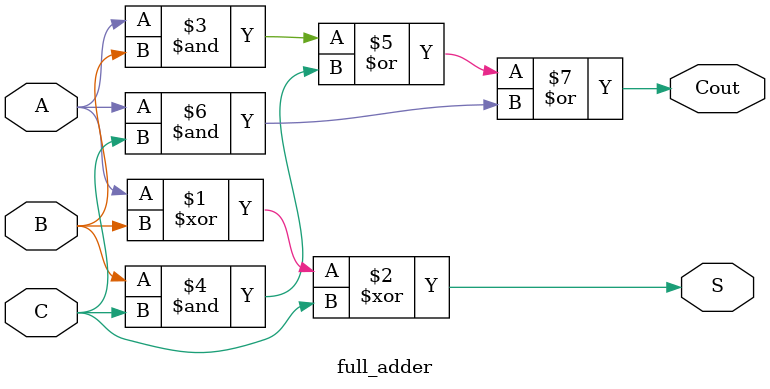
<source format=v>
module full_adder(S,Cout,A,B,C);
    input A,B,C;
    output S,Cout;
    assign S=A^B^C;
    assign Cout=(A&B)|(B&C)|(A&C);
endmodule

</source>
